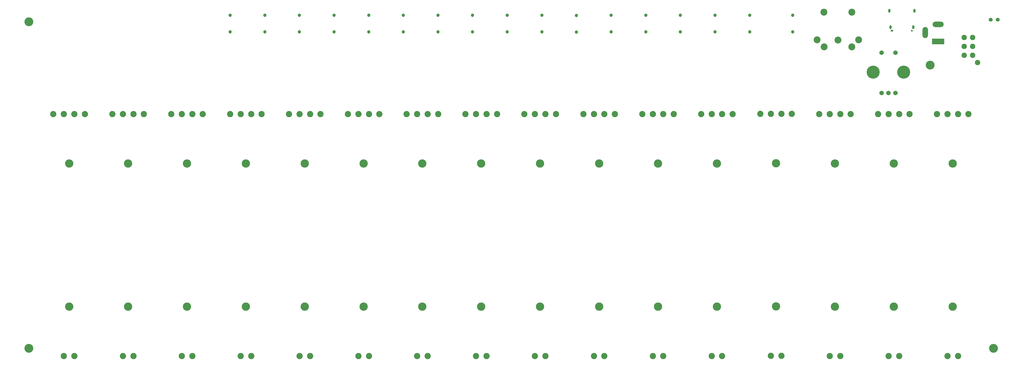
<source format=gbr>
%TF.GenerationSoftware,KiCad,Pcbnew,9.0.0*%
%TF.CreationDate,2025-04-26T10:59:41+02:00*%
%TF.ProjectId,Faderbay,46616465-7262-4617-992e-6b696361645f,rev?*%
%TF.SameCoordinates,Original*%
%TF.FileFunction,Soldermask,Bot*%
%TF.FilePolarity,Negative*%
%FSLAX46Y46*%
G04 Gerber Fmt 4.6, Leading zero omitted, Abs format (unit mm)*
G04 Created by KiCad (PCBNEW 9.0.0) date 2025-04-26 10:59:41*
%MOMM*%
%LPD*%
G01*
G04 APERTURE LIST*
%ADD10C,2.250000*%
%ADD11C,3.000000*%
%ADD12C,1.200000*%
%ADD13C,0.650000*%
%ADD14O,0.950000X0.650000*%
%ADD15O,0.800000X1.400000*%
%ADD16C,3.200000*%
%ADD17C,1.400000*%
%ADD18C,2.499360*%
%ADD19R,4.500000X2.000000*%
%ADD20O,4.000000X2.000000*%
%ADD21O,2.000000X4.000000*%
%ADD22C,1.650000*%
%ADD23C,4.708000*%
%ADD24C,1.950000*%
G04 APERTURE END LIST*
D10*
%TO.C,RV6*%
X-55150000Y26250000D03*
X-51350000Y26250000D03*
X-58950000Y26250000D03*
X-47550000Y26250000D03*
X-55150000Y-61250000D03*
X-51350000Y-61250000D03*
D11*
X-53250000Y8350000D03*
X-53250000Y-43350000D03*
%TD*%
D12*
%TO.C,J13*%
X-13932000Y61928000D03*
X-13932000Y55928000D03*
%TD*%
D10*
%TO.C,RV4*%
X-97650000Y26250000D03*
X-93850000Y26250000D03*
X-101450000Y26250000D03*
X-90050000Y26250000D03*
X-97650000Y-61250000D03*
X-93850000Y-61250000D03*
D11*
X-95750000Y8350000D03*
X-95750000Y-43350000D03*
%TD*%
D12*
%TO.C,J20*%
X61068000Y61928000D03*
X61068000Y55928000D03*
%TD*%
D10*
%TO.C,RV3*%
X-118900000Y26250000D03*
X-115100000Y26250000D03*
X-122700000Y26250000D03*
X-111300000Y26250000D03*
X-118900000Y-61250000D03*
X-115100000Y-61250000D03*
D11*
X-117000000Y8350000D03*
X-117000000Y-43350000D03*
%TD*%
D10*
%TO.C,RV13*%
X93700000Y26350000D03*
X97500000Y26350000D03*
X89900000Y26350000D03*
X101300000Y26350000D03*
X93700000Y-61150000D03*
X97500000Y-61150000D03*
D11*
X95600000Y8450000D03*
X95600000Y-43250000D03*
%TD*%
D13*
%TO.C,J2*%
X144610000Y56364000D03*
D14*
X137410000Y56364000D03*
D15*
X145500000Y63564000D03*
X145140000Y57614000D03*
X136880000Y57614000D03*
X136520000Y63564000D03*
%TD*%
D10*
%TO.C,RV10*%
X29850000Y26250000D03*
X33650000Y26250000D03*
X26050000Y26250000D03*
X37450000Y26250000D03*
X29900000Y-61250000D03*
X33650000Y-61250000D03*
D11*
X31750000Y8350000D03*
X31750000Y-43350000D03*
%TD*%
D12*
%TO.C,J16*%
X11068000Y61928000D03*
X11068000Y55928000D03*
%TD*%
D10*
%TO.C,RV9*%
X8550000Y26250000D03*
X12350000Y26250000D03*
X4750000Y26250000D03*
X16150000Y26250000D03*
X8550000Y-61250000D03*
X12350000Y-61250000D03*
D11*
X10450000Y8350000D03*
X10450000Y-43350000D03*
%TD*%
D12*
%TO.C,J10*%
X-51432000Y61928000D03*
X-51432000Y55928000D03*
%TD*%
%TO.C,J11*%
X-38932000Y61928000D03*
X-38932000Y55928000D03*
%TD*%
D10*
%TO.C,RV2*%
X-140150000Y26250000D03*
X-136350000Y26250000D03*
X-143950000Y26250000D03*
X-132550000Y26250000D03*
X-140150000Y-61250000D03*
X-136350000Y-61250000D03*
D11*
X-138250000Y8350000D03*
X-138250000Y-43350000D03*
%TD*%
D10*
%TO.C,RV7*%
X-33950000Y26250000D03*
X-30150000Y26250000D03*
X-37750000Y26250000D03*
X-26350000Y26250000D03*
X-33950000Y-61250000D03*
X-30150000Y-61250000D03*
D11*
X-32050000Y8350000D03*
X-32050000Y-43350000D03*
%TD*%
D12*
%TO.C,J6*%
X-88932000Y61928000D03*
X-88932000Y55928000D03*
%TD*%
D10*
%TO.C,RV11*%
X51100000Y26250000D03*
X54900000Y26250000D03*
X47300000Y26250000D03*
X58700000Y26250000D03*
X51150000Y-61250000D03*
X54900000Y-61250000D03*
D11*
X53000000Y8350000D03*
X53000000Y-43350000D03*
%TD*%
D12*
%TO.C,J18*%
X36068000Y61928000D03*
X36068000Y55928000D03*
%TD*%
D10*
%TO.C,RV16*%
X157450000Y26250000D03*
X161250000Y26250000D03*
X153650000Y26250000D03*
X165050000Y26250000D03*
X157450000Y-61250000D03*
X161250000Y-61250000D03*
D11*
X159350000Y8350000D03*
X159350000Y-43350000D03*
%TD*%
D12*
%TO.C,J21*%
X73568000Y61928000D03*
X73568000Y55928000D03*
%TD*%
%TO.C,J7*%
X-76432000Y61928000D03*
X-76432000Y55928000D03*
%TD*%
D10*
%TO.C,RV1*%
X-161450000Y26250000D03*
X-157650000Y26250000D03*
X-165250000Y26250000D03*
X-153850000Y26250000D03*
X-161450000Y-61250000D03*
X-157650000Y-61250000D03*
D11*
X-159550000Y8350000D03*
X-159550000Y-43350000D03*
%TD*%
D12*
%TO.C,J19*%
X48568000Y61928000D03*
X48568000Y55928000D03*
%TD*%
D16*
%TO.C,H1*%
X-174091600Y59588400D03*
%TD*%
D10*
%TO.C,RV15*%
X136200000Y26250000D03*
X140000000Y26250000D03*
X132400000Y26250000D03*
X143800000Y26250000D03*
X136200000Y-61250000D03*
X140000000Y-61250000D03*
D11*
X138100000Y8350000D03*
X138100000Y-43350000D03*
%TD*%
D12*
%TO.C,J17*%
X23568000Y61864000D03*
X23568000Y55864000D03*
%TD*%
D10*
%TO.C,RV5*%
X-76400000Y26250000D03*
X-72600000Y26250000D03*
X-80200000Y26250000D03*
X-68800000Y26250000D03*
X-76400000Y-61250000D03*
X-72600000Y-61250000D03*
D11*
X-74500000Y8350000D03*
X-74500000Y-43350000D03*
%TD*%
D12*
%TO.C,J8*%
X-63932000Y61928000D03*
X-63932000Y55928000D03*
%TD*%
D16*
%TO.C,H4*%
X-174091600Y-58470800D03*
%TD*%
D17*
%TO.C,D1*%
X173024800Y60350400D03*
X175564800Y60350400D03*
%TD*%
D16*
%TO.C,H2*%
X151180800Y43942000D03*
%TD*%
%TO.C,H3*%
X174040800Y-58470800D03*
%TD*%
D12*
%TO.C,J22*%
X86068000Y61928000D03*
X86068000Y55928000D03*
%TD*%
%TO.C,J15*%
X-1432000Y61928000D03*
X-1432000Y55928000D03*
%TD*%
D18*
%TO.C,J14*%
X122901260Y63030100D03*
X112898740Y63030100D03*
X110401920Y53035200D03*
X117900000Y53032660D03*
X125398080Y53035200D03*
X112903820Y50533300D03*
X122896180Y50533300D03*
%TD*%
D12*
%TO.C,J12*%
X-26432000Y61928000D03*
X-26432000Y55928000D03*
%TD*%
D19*
%TO.C,J1*%
X154100000Y52474000D03*
D20*
X154100000Y58674000D03*
D21*
X149400000Y55674000D03*
%TD*%
D22*
%TO.C,SW3*%
X133644000Y33898000D03*
X138644000Y33898000D03*
X136144000Y33898000D03*
X133644000Y48398000D03*
X138644000Y48398000D03*
D23*
X130644000Y41398000D03*
X141644000Y41398000D03*
%TD*%
D10*
%TO.C,RV14*%
X114950000Y26250000D03*
X118750000Y26250000D03*
X111150000Y26250000D03*
X122550000Y26250000D03*
X114950000Y-61250000D03*
X118750000Y-61250000D03*
D11*
X116850000Y8350000D03*
X116850000Y-43350000D03*
%TD*%
D24*
%TO.C,S1*%
X166500000Y53900000D03*
X166500000Y50700000D03*
X166500000Y47500000D03*
X163500000Y47500000D03*
X163500000Y50700000D03*
X163500000Y53900000D03*
X168350000Y44900000D03*
%TD*%
D10*
%TO.C,RV12*%
X72350000Y26250000D03*
X76150000Y26250000D03*
X68550000Y26250000D03*
X79950000Y26250000D03*
X72350000Y-61250000D03*
X76150000Y-61250000D03*
D11*
X74250000Y8350000D03*
X74250000Y-43350000D03*
%TD*%
D12*
%TO.C,J9*%
X101568000Y61928000D03*
X101568000Y55928000D03*
%TD*%
D10*
%TO.C,RV8*%
X-12700000Y26250000D03*
X-8900000Y26250000D03*
X-16500000Y26250000D03*
X-5100000Y26250000D03*
X-12700000Y-61250000D03*
X-8900000Y-61250000D03*
D11*
X-10800000Y8350000D03*
X-10800000Y-43350000D03*
%TD*%
D12*
%TO.C,J5*%
X-101472000Y61996000D03*
X-101472000Y55996000D03*
%TD*%
M02*

</source>
